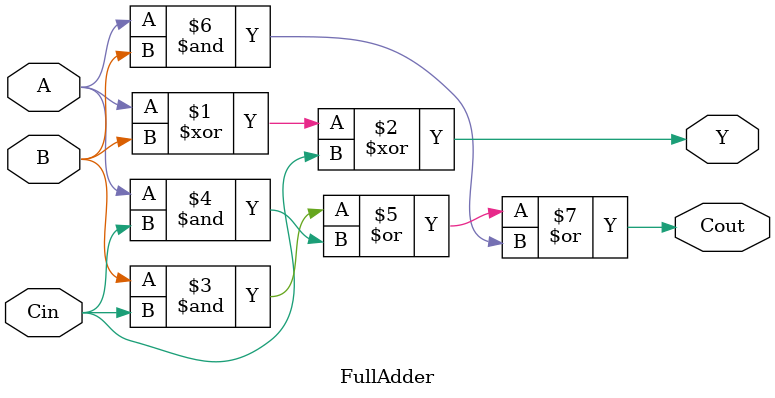
<source format=v>
module FullAdder(input A, B, Cin, output Y, Cout);

  assign Y = A ^ B ^ Cin;
  assign Cout = (B & Cin ) | (A & Cin) | (A & B);

endmodule

</source>
